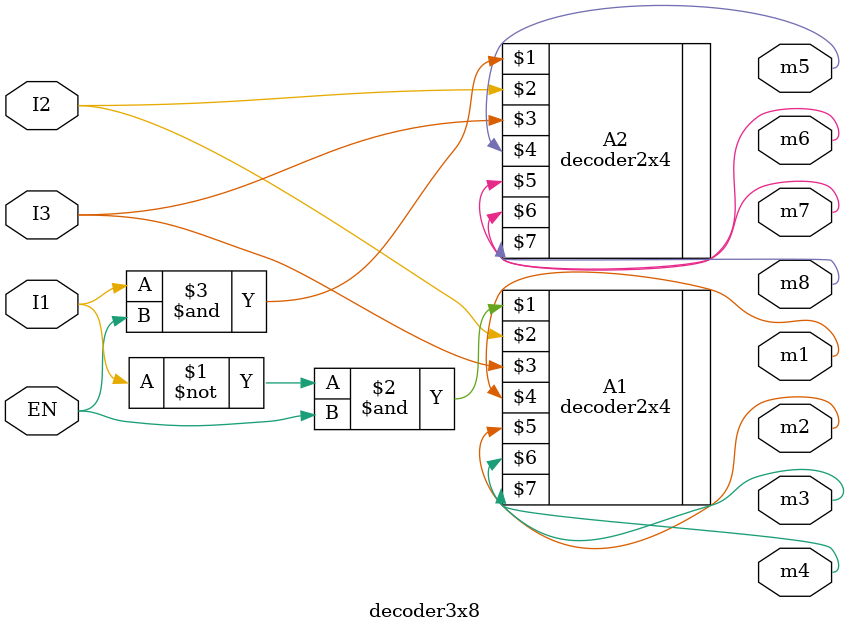
<source format=v>
`timescale 1ns / 1ps
module decoder3x8(
    input EN,
    input I1,
    input I2,
    input I3,
    output m1,
    output m2,
    output m3,
    output m4,
    output m5,
    output m6,
    output m7,
    output m8
    );
	 
	 decoder2x4 A1((~I1)&EN, I2, I3, m1, m2, m3, m4);
	 decoder2x4 A2(I1&EN, I2, I3, m5, m6, m7, m8);

endmodule

</source>
